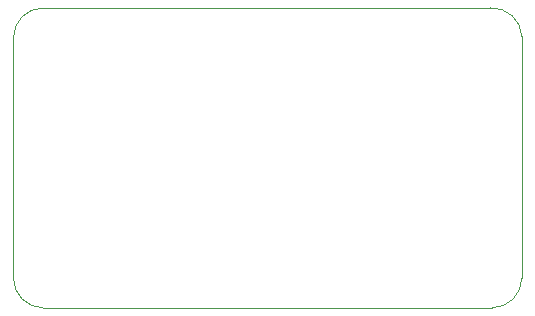
<source format=gm1>
G04 #@! TF.FileFunction,Profile,NP*
%FSLAX46Y46*%
G04 Gerber Fmt 4.6, Leading zero omitted, Abs format (unit mm)*
G04 Created by KiCad (PCBNEW 4.0.0-rc1-stable) date 10/27/2015 9:53:31 PM*
%MOMM*%
G01*
G04 APERTURE LIST*
%ADD10C,0.150000*%
%ADD11C,0.100000*%
G04 APERTURE END LIST*
D10*
D11*
X227584000Y-128524000D02*
X189738000Y-128524000D01*
X230251000Y-151384000D02*
X230251000Y-130937000D01*
X189738000Y-153924000D02*
X227711000Y-153924000D01*
X187198000Y-131064000D02*
X187198000Y-151384000D01*
X227711000Y-153924000D02*
G75*
G03X230251000Y-151384000I0J2540000D01*
G01*
X187198000Y-151384000D02*
G75*
G03X189738000Y-153924000I2540000J0D01*
G01*
X189738000Y-128524000D02*
G75*
G03X187198000Y-131064000I0J-2540000D01*
G01*
X230251000Y-130937000D02*
G75*
G03X227584000Y-128524000I-2540000J-127000D01*
G01*
M02*

</source>
